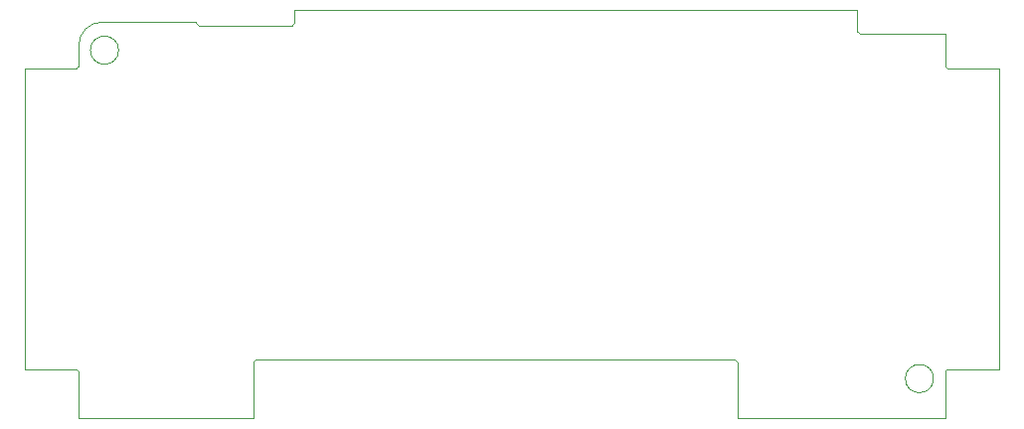
<source format=gbr>
G04 #@! TF.GenerationSoftware,KiCad,Pcbnew,(5.1.4)-1*
G04 #@! TF.CreationDate,2022-10-21T15:02:14+02:00*
G04 #@! TF.ProjectId,REG1-App-Universal,52454731-2d41-4707-902d-556e69766572,V00.01*
G04 #@! TF.SameCoordinates,Original*
G04 #@! TF.FileFunction,Profile,NP*
%FSLAX46Y46*%
G04 Gerber Fmt 4.6, Leading zero omitted, Abs format (unit mm)*
G04 Created by KiCad (PCBNEW (5.1.4)-1) date 2022-10-21 15:02:14*
%MOMM*%
%LPD*%
G04 APERTURE LIST*
%ADD10C,0.050000*%
G04 APERTURE END LIST*
D10*
X84800000Y-91400000D02*
G75*
G02X84600000Y-91200000I0J200000D01*
G01*
X93000000Y-91200000D02*
G75*
G02X92800000Y-91400000I-200000J0D01*
G01*
X74600000Y-93100000D02*
G75*
G02X76600000Y-91100000I2000000J0D01*
G01*
X76600000Y-91100000D02*
X84600000Y-91100000D01*
X84600000Y-91200000D02*
X84600000Y-91100000D01*
X92800000Y-91400000D02*
X84800000Y-91400000D01*
X93000000Y-90100000D02*
X93000000Y-91200000D01*
X141100000Y-92100000D02*
G75*
G02X140900000Y-91900000I0J200000D01*
G01*
X140900000Y-90100000D02*
X140900000Y-91900000D01*
X148400000Y-92100000D02*
X141100000Y-92100000D01*
X130500000Y-119900000D02*
G75*
G02X130700000Y-120100000I0J-200000D01*
G01*
X89500000Y-120100000D02*
G75*
G02X89700000Y-119900000I200000J0D01*
G01*
X148600000Y-95100000D02*
G75*
G02X148400000Y-94900000I0J200000D01*
G01*
X74600000Y-94900000D02*
G75*
G02X74400000Y-95100000I-200000J0D01*
G01*
X74400000Y-120700000D02*
G75*
G02X74600000Y-120900000I0J-200000D01*
G01*
X148400000Y-120900000D02*
G75*
G02X148600000Y-120700000I200000J0D01*
G01*
X78000000Y-93500000D02*
G75*
G03X78000000Y-93500000I-1200000J0D01*
G01*
X147400000Y-121500000D02*
G75*
G03X147400000Y-121500000I-1200000J0D01*
G01*
X93000000Y-90100000D02*
X140900000Y-90100000D01*
X74600000Y-94900000D02*
X74600000Y-93100000D01*
X70000000Y-95100000D02*
X74400000Y-95100000D01*
X70000000Y-95100000D02*
X70000000Y-120700000D01*
X148400000Y-94900000D02*
X148400000Y-92100000D01*
X153000000Y-95100000D02*
X148600000Y-95100000D01*
X153000000Y-95100000D02*
X153000000Y-120700000D01*
X74400000Y-120700000D02*
X70000000Y-120700000D01*
X74600000Y-124900000D02*
X74600000Y-120900000D01*
X148400000Y-120900000D02*
X148400000Y-124900000D01*
X153000000Y-120700000D02*
X148600000Y-120700000D01*
X130500000Y-119900000D02*
X89700000Y-119900000D01*
X130700000Y-124900000D02*
X130700000Y-120100000D01*
X148400000Y-124900000D02*
X130700000Y-124900000D01*
X89500000Y-124900000D02*
X89500000Y-120100000D01*
X74600000Y-124900000D02*
X89500000Y-124900000D01*
M02*

</source>
